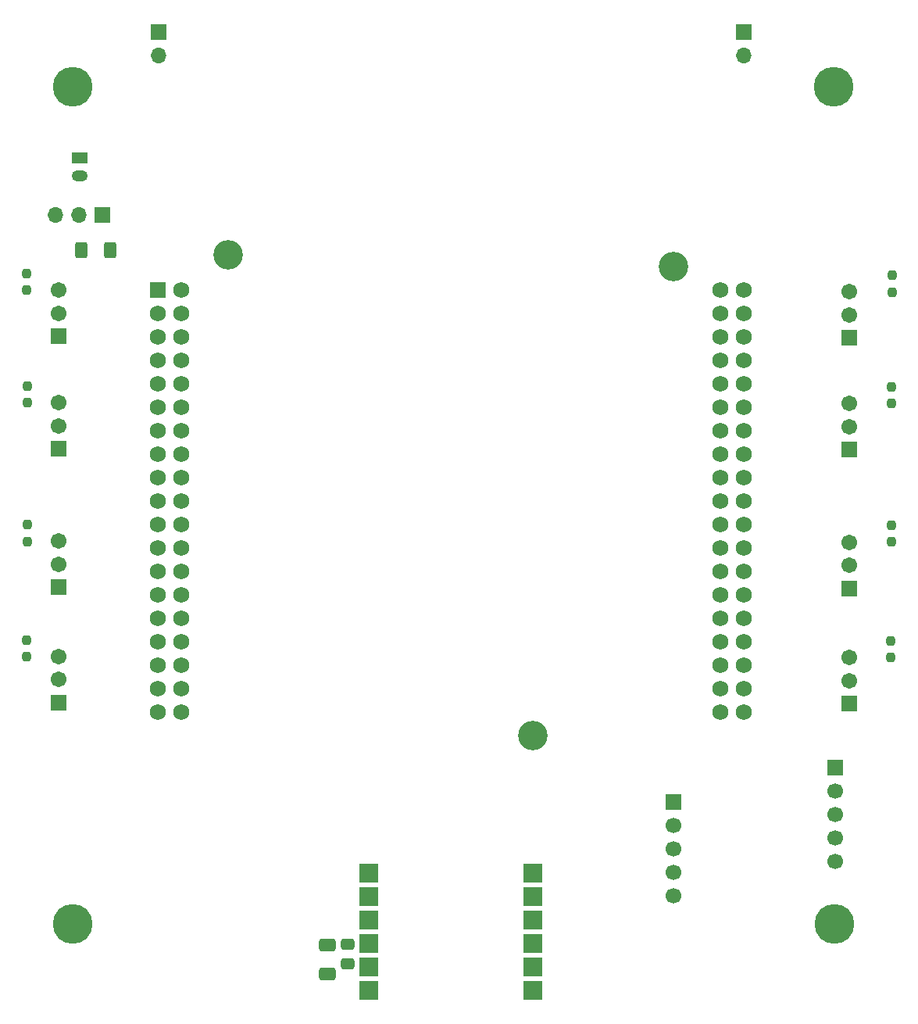
<source format=gbr>
%TF.GenerationSoftware,KiCad,Pcbnew,9.0.2*%
%TF.CreationDate,2025-06-17T11:51:54-07:00*%
%TF.ProjectId,Revision01,52657669-7369-46f6-9e30-312e6b696361,A*%
%TF.SameCoordinates,PX692bd40PY908ed60*%
%TF.FileFunction,Soldermask,Top*%
%TF.FilePolarity,Negative*%
%FSLAX46Y46*%
G04 Gerber Fmt 4.6, Leading zero omitted, Abs format (unit mm)*
G04 Created by KiCad (PCBNEW 9.0.2) date 2025-06-17 11:51:54*
%MOMM*%
%LPD*%
G01*
G04 APERTURE LIST*
G04 Aperture macros list*
%AMRoundRect*
0 Rectangle with rounded corners*
0 $1 Rounding radius*
0 $2 $3 $4 $5 $6 $7 $8 $9 X,Y pos of 4 corners*
0 Add a 4 corners polygon primitive as box body*
4,1,4,$2,$3,$4,$5,$6,$7,$8,$9,$2,$3,0*
0 Add four circle primitives for the rounded corners*
1,1,$1+$1,$2,$3*
1,1,$1+$1,$4,$5*
1,1,$1+$1,$6,$7*
1,1,$1+$1,$8,$9*
0 Add four rect primitives between the rounded corners*
20,1,$1+$1,$2,$3,$4,$5,0*
20,1,$1+$1,$4,$5,$6,$7,0*
20,1,$1+$1,$6,$7,$8,$9,0*
20,1,$1+$1,$8,$9,$2,$3,0*%
G04 Aperture macros list end*
%ADD10R,2.032000X2.032000*%
%ADD11RoundRect,0.102000X-0.754000X0.754000X-0.754000X-0.754000X0.754000X-0.754000X0.754000X0.754000X0*%
%ADD12C,1.712000*%
%ADD13RoundRect,0.250000X-0.475000X0.337500X-0.475000X-0.337500X0.475000X-0.337500X0.475000X0.337500X0*%
%ADD14RoundRect,0.250000X-0.650000X0.412500X-0.650000X-0.412500X0.650000X-0.412500X0.650000X0.412500X0*%
%ADD15RoundRect,0.237500X-0.237500X0.250000X-0.237500X-0.250000X0.237500X-0.250000X0.237500X0.250000X0*%
%ADD16R,1.700000X1.700000*%
%ADD17O,1.700000X1.700000*%
%ADD18C,4.300000*%
%ADD19C,1.700000*%
%ADD20R,1.750000X1.200000*%
%ADD21O,1.750000X1.200000*%
%ADD22C,3.200000*%
%ADD23RoundRect,0.102000X-0.762000X-0.762000X0.762000X-0.762000X0.762000X0.762000X-0.762000X0.762000X0*%
%ADD24C,1.728000*%
%ADD25RoundRect,0.250000X0.400000X0.625000X-0.400000X0.625000X-0.400000X-0.625000X0.400000X-0.625000X0*%
G04 APERTURE END LIST*
D10*
%TO.C,U2*%
X41050000Y760000D03*
X41050000Y3300000D03*
X41050000Y5840000D03*
X41050000Y8380000D03*
X41050000Y10920000D03*
X41050000Y13460000D03*
X58830000Y13460000D03*
X58830000Y10920000D03*
X58830000Y8380000D03*
X58830000Y5840000D03*
X58830000Y3300000D03*
X58830000Y760000D03*
%TD*%
D11*
%TO.C,J5*%
X7450000Y31900000D03*
D12*
X7450000Y34400000D03*
X7450000Y36900000D03*
%TD*%
D13*
%TO.C,C14*%
X38750000Y5737500D03*
X38750000Y3662500D03*
%TD*%
D14*
%TO.C,C15*%
X36550000Y5662500D03*
X36550000Y2537500D03*
%TD*%
D11*
%TO.C,J6*%
X7450000Y44400000D03*
D12*
X7450000Y46900000D03*
X7450000Y49400000D03*
%TD*%
D15*
%TO.C,F7*%
X97700000Y51125000D03*
X97700000Y49300000D03*
%TD*%
%TO.C,F8*%
X97700000Y66112500D03*
X97700000Y64287500D03*
%TD*%
D11*
%TO.C,J12*%
X93175000Y71400000D03*
D12*
X93175000Y73900000D03*
X93175000Y76400000D03*
%TD*%
D16*
%TO.C,J2*%
X18291600Y104533600D03*
D17*
X18291600Y101993600D03*
%TD*%
D18*
%TO.C,H2*%
X91440000Y98630000D03*
%TD*%
D16*
%TO.C,J14*%
X74100000Y21120000D03*
D19*
X74100000Y18580000D03*
X74100000Y16040000D03*
X74100000Y13500000D03*
X74100000Y10960000D03*
%TD*%
D20*
%TO.C,J4*%
X9750000Y90950000D03*
D21*
X9750000Y88950000D03*
%TD*%
D11*
%TO.C,J7*%
X7450000Y59400000D03*
D12*
X7450000Y61900000D03*
X7450000Y64400000D03*
%TD*%
D18*
%TO.C,H1*%
X8940000Y98630000D03*
%TD*%
D22*
%TO.C,U1*%
X25850000Y80430000D03*
X58870000Y28360000D03*
X74110000Y79160000D03*
D23*
X18230000Y76620000D03*
D24*
X20770000Y76620000D03*
X18230000Y74080000D03*
X20770000Y74080000D03*
X18230000Y71540000D03*
X20770000Y71540000D03*
X18230000Y69000000D03*
X20770000Y69000000D03*
X18230000Y66460000D03*
X20770000Y66460000D03*
X18230000Y63920000D03*
X20770000Y63920000D03*
X18230000Y61380000D03*
X20770000Y61380000D03*
X18230000Y58840000D03*
X20770000Y58840000D03*
X18230000Y56300000D03*
X20770000Y56300000D03*
X18230000Y53760000D03*
X20770000Y53760000D03*
X18230000Y51220000D03*
X20770000Y51220000D03*
X18230000Y48680000D03*
X20770000Y48680000D03*
X18230000Y46140000D03*
X20770000Y46140000D03*
X18230000Y43600000D03*
X20770000Y43600000D03*
X18230000Y41060000D03*
X20770000Y41060000D03*
X18230000Y38520000D03*
X20770000Y38520000D03*
X18230000Y35980000D03*
X20770000Y35980000D03*
X18230000Y33440000D03*
X20770000Y33440000D03*
X18230000Y30900000D03*
X20770000Y30900000D03*
X79190000Y76620000D03*
X81730000Y76620000D03*
X79190000Y74080000D03*
X81730000Y74080000D03*
X79190000Y71540000D03*
X81730000Y71540000D03*
X79190000Y69000000D03*
X81730000Y69000000D03*
X79190000Y66460000D03*
X81730000Y66460000D03*
X79190000Y63920000D03*
X81730000Y63920000D03*
X79190000Y61380000D03*
X81730000Y61380000D03*
X79190000Y58840000D03*
X81730000Y58840000D03*
X79190000Y56300000D03*
X81730000Y56300000D03*
X79190000Y53760000D03*
X81730000Y53760000D03*
X79190000Y51220000D03*
X81730000Y51220000D03*
X79190000Y48680000D03*
X81730000Y48680000D03*
X79190000Y46140000D03*
X81730000Y46140000D03*
X79190000Y43600000D03*
X81730000Y43600000D03*
X79190000Y41060000D03*
X81730000Y41060000D03*
X79190000Y38520000D03*
X81730000Y38520000D03*
X79190000Y35980000D03*
X81730000Y35980000D03*
X79190000Y33440000D03*
X81730000Y33440000D03*
X79190000Y30900000D03*
X81730000Y30900000D03*
%TD*%
D18*
%TO.C,H3*%
X91500000Y7900000D03*
%TD*%
D11*
%TO.C,J8*%
X7450000Y71583000D03*
D12*
X7450000Y74083000D03*
X7450000Y76583000D03*
%TD*%
D15*
%TO.C,F2*%
X3950000Y38712500D03*
X3950000Y36887500D03*
%TD*%
D16*
%TO.C,SW1*%
X12200000Y84700000D03*
D17*
X9660000Y84700000D03*
X7120000Y84700000D03*
%TD*%
D15*
%TO.C,F9*%
X97800000Y78212500D03*
X97800000Y76387500D03*
%TD*%
%TO.C,F3*%
X4100000Y51175000D03*
X4100000Y49350000D03*
%TD*%
%TO.C,F5*%
X4000000Y78412500D03*
X4000000Y76587500D03*
%TD*%
D11*
%TO.C,J10*%
X93150000Y44292000D03*
D12*
X93150000Y46792000D03*
X93150000Y49292000D03*
%TD*%
D11*
%TO.C,J9*%
X93150000Y31792000D03*
D12*
X93150000Y34292000D03*
X93150000Y36792000D03*
%TD*%
D25*
%TO.C,F1*%
X13050000Y80900000D03*
X9950000Y80900000D03*
%TD*%
D16*
%TO.C,J3*%
X81725000Y104525000D03*
D17*
X81725000Y101985000D03*
%TD*%
D15*
%TO.C,F6*%
X97600000Y38612500D03*
X97600000Y36787500D03*
%TD*%
D16*
%TO.C,J1*%
X91600000Y24860000D03*
D19*
X91600000Y22320000D03*
X91600000Y19780000D03*
X91600000Y17240000D03*
X91600000Y14700000D03*
%TD*%
D18*
%TO.C,H4*%
X9000000Y7900000D03*
%TD*%
D15*
%TO.C,F4*%
X4050000Y66212500D03*
X4050000Y64387500D03*
%TD*%
D11*
%TO.C,J11*%
X93150000Y59292000D03*
D12*
X93150000Y61792000D03*
X93150000Y64292000D03*
%TD*%
M02*

</source>
